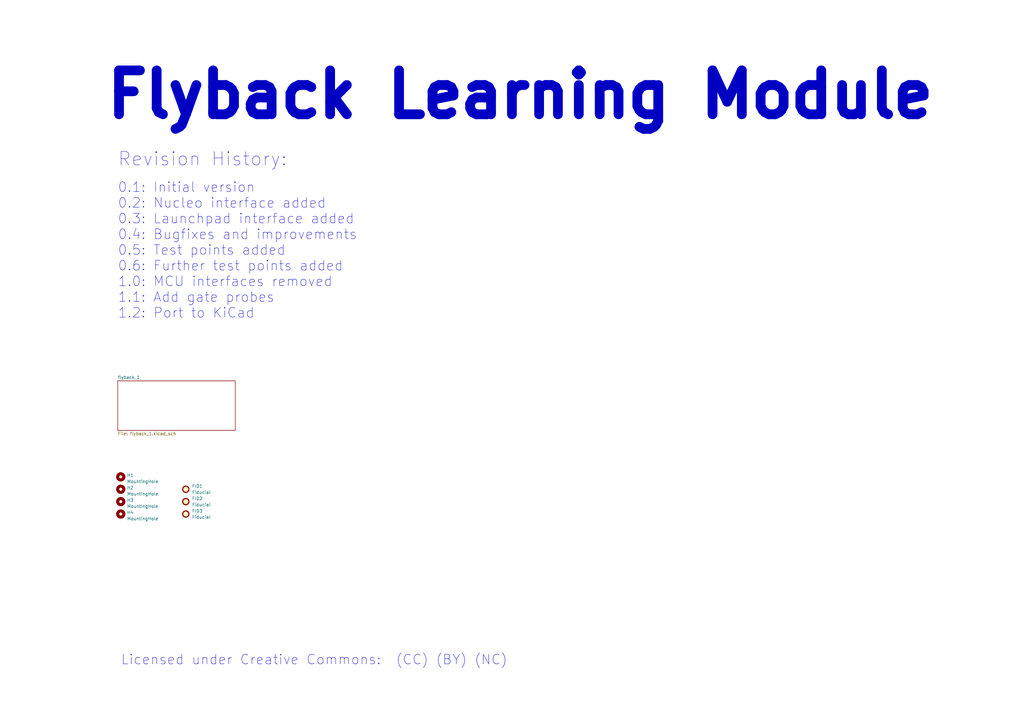
<source format=kicad_sch>
(kicad_sch (version 20230121) (generator eeschema)
  (paper "A3")
  (title_block (title "Flyback Learning Module") (rev "1.2") (company "Arnet Engineering"))
  (lib_symbols
    (symbol "Mechanical:Fiducial"
      (property "Reference" "FID" (at 0 5.08 0))
      (property "Value" "Fiducial" (at 0 3.175 0))
      (symbol "Fiducial_0_1"
        (circle (center 0 0) (radius 1.27) (stroke (width 0.508)) (fill (type background)))
      )
    )
    (symbol "Mechanical:MountingHole" (pin_names (offset 1.016))
      (property "Reference" "H" (at 0 5.08 0))
      (property "Value" "MountingHole" (at 0 3.175 0))
      (symbol "MountingHole_0_1"
        (circle (center 0 0) (radius 1.27) (stroke (width 1.27)))
      )
    )
  )
  (text "0.1: Initial version\n0.2: Nucleo interface added\n0.3: Launchpad interface added\n0.4: Bugfixes and improvements\n0.5: Test points added\n0.6: Further test points added\n1.0: MCU interfaces removed\n1.1: Add gate probes\n1.2: Port to KiCad" (at 48.26 130.81 0) (effects (font (size 4 4)) (justify left bottom)))
  (text "Revision History:" (at 48.26 68.58 0) (effects (font (size 5.5 5.5)) (justify left bottom)))
  (text "Licensed under Creative Commons:  (CC) (BY) (NC)" (at 49.53 273.05 0) (effects (font (size 4 4)) (justify left bottom)))
  (text "Flyback Learning Module" (at 41.91 49.53 0) (effects (font (size 18 18) (thickness 4) bold) (justify left bottom)))
  (symbol (lib_id "Mechanical:MountingHole") (at 49.53 210.82 0) (unit 1)
    (property "Reference" "H4" (at 52.07 210.185 0) (effects (justify left)))
    (property "Value" "MountingHole" (at 52.07 212.725 0) (effects (justify left)))
    (property "Footprint" "MountingHole:MountingHole_2.5mm" (effects hide))
  )
  (symbol (lib_id "Mechanical:MountingHole") (at 49.53 205.74 0) (unit 1)
    (property "Reference" "H3" (at 52.07 205.105 0) (effects (justify left)))
    (property "Value" "MountingHole" (at 52.07 207.645 0) (effects (justify left)))
    (property "Footprint" "MountingHole:MountingHole_2.5mm" (effects hide))
  )
  (symbol (lib_id "Mechanical:MountingHole") (at 49.53 200.66 0) (unit 1)
    (property "Reference" "H2" (at 52.07 200.025 0) (effects (justify left)))
    (property "Value" "MountingHole" (at 52.07 202.565 0) (effects (justify left)))
    (property "Footprint" "MountingHole:MountingHole_2.5mm" (effects hide))
  )
  (symbol (lib_id "Mechanical:MountingHole") (at 49.53 195.58 0) (unit 1)
    (property "Reference" "H1" (at 52.07 194.945 0) (effects (justify left)))
    (property "Value" "MountingHole" (at 52.07 197.485 0) (effects (justify left)))
    (property "Footprint" "MountingHole:MountingHole_2.5mm" (effects hide))
  )
  (symbol (lib_id "Mechanical:Fiducial") (at 76.2 200.66 0) (unit 1)
    (property "Reference" "FID1" (at 78.74 199.39 0) (effects (justify left)))
    (property "Value" "Fiducial" (at 78.74 201.93 0) (effects (justify left)))
    (property "Footprint" "Fiducial:Fiducial_1mm_Mask3mm" (effects hide))
  )
  (symbol (lib_id "Mechanical:Fiducial") (at 76.2 205.74 0) (unit 1)
    (property "Reference" "FID2" (at 78.74 204.47 0) (effects (justify left)))
    (property "Value" "Fiducial" (at 78.74 207.01 0) (effects (justify left)))
    (property "Footprint" "Fiducial:Fiducial_1mm_Mask3mm" (effects hide))
  )
  (symbol (lib_id "Mechanical:Fiducial") (at 76.2 210.82 0) (unit 1)
    (property "Reference" "FID3" (at 78.74 209.55 0) (effects (justify left)))
    (property "Value" "Fiducial" (at 78.74 212.09 0) (effects (justify left)))
    (property "Footprint" "Fiducial:Fiducial_1mm_Mask3mm" (effects hide))
  )
  (sheet (at 48.26 156.21) (size 48.26 20.32)
    (property "Sheetname" "flyback_1" (at 48.26 155.4984 0) (effects (justify left bottom)))
    (property "Sheetfile" "flyback_1.kicad_sch" (at 48.26 177.1146 0) (effects (justify left top)))
  )
)
</source>
